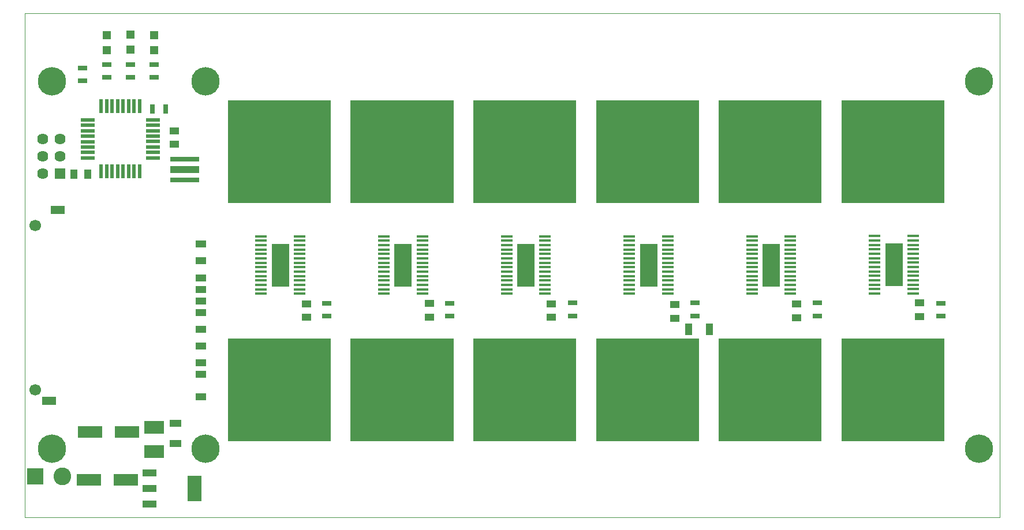
<source format=gbr>
G04 #@! TF.GenerationSoftware,KiCad,Pcbnew,(5.1.4)-1*
G04 #@! TF.CreationDate,2019-08-22T10:31:36+01:00*
G04 #@! TF.ProjectId,lpa96,6c706139-362e-46b6-9963-61645f706362,2.0*
G04 #@! TF.SameCoordinates,Original*
G04 #@! TF.FileFunction,Soldermask,Bot*
G04 #@! TF.FilePolarity,Negative*
%FSLAX46Y46*%
G04 Gerber Fmt 4.6, Leading zero omitted, Abs format (unit mm)*
G04 Created by KiCad (PCBNEW (5.1.4)-1) date 2019-08-22 10:31:36*
%MOMM*%
%LPD*%
G04 APERTURE LIST*
%ADD10C,0.100000*%
%ADD11R,2.894000X1.878000*%
%ADD12R,1.100000X1.700000*%
%ADD13C,4.164000*%
%ADD14R,1.350000X1.100000*%
%ADD15R,1.100000X1.350000*%
%ADD16R,1.700000X1.100000*%
%ADD17R,1.400000X0.800000*%
%ADD18R,0.800000X1.400000*%
%ADD19R,1.300000X1.300000*%
%ADD20R,2.500000X6.270001*%
%ADD21R,1.765199X0.464800*%
%ADD22R,2.098980X0.549580*%
%ADD23R,0.549580X2.098980*%
%ADD24R,2.400000X2.400000*%
%ADD25C,2.600000*%
%ADD26R,1.624000X1.624000*%
%ADD27C,1.624000*%
%ADD28R,1.600000X1.100000*%
%ADD29R,2.100000X1.300000*%
%ADD30C,1.700000*%
%ADD31R,2.132000X3.757600*%
%ADD32R,2.132000X1.116000*%
%ADD33R,4.200000X0.800000*%
%ADD34R,4.200000X1.100000*%
%ADD35R,3.600000X1.700000*%
G04 APERTURE END LIST*
D10*
G36*
X201800000Y-122300000D02*
G01*
X186800000Y-122300000D01*
X186800000Y-107300000D01*
X201800000Y-107300000D01*
X201800000Y-122300000D01*
G37*
X201800000Y-122300000D02*
X186800000Y-122300000D01*
X186800000Y-107300000D01*
X201800000Y-107300000D01*
X201800000Y-122300000D01*
G36*
X111800000Y-122300000D02*
G01*
X96800000Y-122300000D01*
X96800000Y-107300000D01*
X111800000Y-107300000D01*
X111800000Y-122300000D01*
G37*
X111800000Y-122300000D02*
X96800000Y-122300000D01*
X96800000Y-107300000D01*
X111800000Y-107300000D01*
X111800000Y-122300000D01*
G36*
X129800000Y-122300000D02*
G01*
X114800000Y-122300000D01*
X114800000Y-107300000D01*
X129800000Y-107300000D01*
X129800000Y-122300000D01*
G37*
X129800000Y-122300000D02*
X114800000Y-122300000D01*
X114800000Y-107300000D01*
X129800000Y-107300000D01*
X129800000Y-122300000D01*
G36*
X147800000Y-122300000D02*
G01*
X132800000Y-122300000D01*
X132800000Y-107300000D01*
X147800000Y-107300000D01*
X147800000Y-122300000D01*
G37*
X147800000Y-122300000D02*
X132800000Y-122300000D01*
X132800000Y-107300000D01*
X147800000Y-107300000D01*
X147800000Y-122300000D01*
G36*
X165800000Y-122300000D02*
G01*
X150800000Y-122300000D01*
X150800000Y-107300000D01*
X165800000Y-107300000D01*
X165800000Y-122300000D01*
G37*
X165800000Y-122300000D02*
X150800000Y-122300000D01*
X150800000Y-107300000D01*
X165800000Y-107300000D01*
X165800000Y-122300000D01*
G36*
X183800000Y-122300000D02*
G01*
X168800000Y-122300000D01*
X168800000Y-107300000D01*
X183800000Y-107300000D01*
X183800000Y-122300000D01*
G37*
X183800000Y-122300000D02*
X168800000Y-122300000D01*
X168800000Y-107300000D01*
X183800000Y-107300000D01*
X183800000Y-122300000D01*
G36*
X111800000Y-157300000D02*
G01*
X96800000Y-157300000D01*
X96800000Y-142300000D01*
X111800000Y-142300000D01*
X111800000Y-157300000D01*
G37*
X111800000Y-157300000D02*
X96800000Y-157300000D01*
X96800000Y-142300000D01*
X111800000Y-142300000D01*
X111800000Y-157300000D01*
G36*
X129800000Y-157300000D02*
G01*
X114800000Y-157300000D01*
X114800000Y-142300000D01*
X129800000Y-142300000D01*
X129800000Y-157300000D01*
G37*
X129800000Y-157300000D02*
X114800000Y-157300000D01*
X114800000Y-142300000D01*
X129800000Y-142300000D01*
X129800000Y-157300000D01*
G36*
X147800000Y-157300000D02*
G01*
X132800000Y-157300000D01*
X132800000Y-142300000D01*
X147800000Y-142300000D01*
X147800000Y-157300000D01*
G37*
X147800000Y-157300000D02*
X132800000Y-157300000D01*
X132800000Y-142300000D01*
X147800000Y-142300000D01*
X147800000Y-157300000D01*
G36*
X165800000Y-157300000D02*
G01*
X150800000Y-157300000D01*
X150800000Y-142300000D01*
X165800000Y-142300000D01*
X165800000Y-157300000D01*
G37*
X165800000Y-157300000D02*
X150800000Y-157300000D01*
X150800000Y-142300000D01*
X165800000Y-142300000D01*
X165800000Y-157300000D01*
G36*
X183800000Y-157300000D02*
G01*
X168800000Y-157300000D01*
X168800000Y-142300000D01*
X183800000Y-142300000D01*
X183800000Y-157300000D01*
G37*
X183800000Y-157300000D02*
X168800000Y-157300000D01*
X168800000Y-142300000D01*
X183800000Y-142300000D01*
X183800000Y-157300000D01*
G36*
X201800000Y-157300000D02*
G01*
X186800000Y-157300000D01*
X186800000Y-142300000D01*
X201800000Y-142300000D01*
X201800000Y-157300000D01*
G37*
X201800000Y-157300000D02*
X186800000Y-157300000D01*
X186800000Y-142300000D01*
X201800000Y-142300000D01*
X201800000Y-157300000D01*
X67000000Y-168500000D02*
X67000000Y-94500000D01*
X210000000Y-168500000D02*
X67000000Y-168500000D01*
X210000000Y-94500000D02*
X210000000Y-168500000D01*
X67000000Y-94500000D02*
X210000000Y-94500000D01*
D11*
X86000000Y-155300000D03*
X86000000Y-158856000D03*
D12*
X164400000Y-140900000D03*
X167400000Y-140900000D03*
D13*
X207000000Y-158500000D03*
X207000000Y-104500000D03*
X71000000Y-158500000D03*
X93500000Y-158500000D03*
X93500000Y-104500000D03*
X71000000Y-104500000D03*
D14*
X88900000Y-111800000D03*
X88900000Y-113800000D03*
D15*
X76200000Y-118200000D03*
X74200000Y-118200000D03*
D16*
X89100000Y-157700000D03*
X89100000Y-154700000D03*
D14*
X108300000Y-137200000D03*
X108300000Y-139200000D03*
X126350000Y-137150000D03*
X126350000Y-139150000D03*
X162350000Y-137300000D03*
X162350000Y-139300000D03*
X198250000Y-137050000D03*
X198250000Y-139050000D03*
D17*
X75500000Y-102550000D03*
X75500000Y-104450000D03*
D18*
X87650000Y-108600000D03*
X85750000Y-108600000D03*
D17*
X111300000Y-139000000D03*
X111300000Y-137100000D03*
X129350000Y-139000000D03*
X129350000Y-137100000D03*
X147350000Y-138950000D03*
X147350000Y-137050000D03*
X165350000Y-138950000D03*
X165350000Y-137050000D03*
X183250000Y-138950000D03*
X183250000Y-137050000D03*
X201350000Y-139000000D03*
X201350000Y-137100000D03*
X82500000Y-103950000D03*
X82500000Y-102050000D03*
X86000000Y-103950000D03*
X86000000Y-102050000D03*
X79000000Y-103950000D03*
X79000000Y-102050000D03*
D19*
X82500000Y-99900000D03*
X82500000Y-97700000D03*
X86000000Y-100000000D03*
X86000000Y-97800000D03*
X79000000Y-100000000D03*
X79000000Y-97800000D03*
D14*
X144250000Y-137200000D03*
X144250000Y-139200000D03*
X180200000Y-137250000D03*
X180200000Y-139250000D03*
D20*
X104500000Y-131500000D03*
D21*
X107319400Y-135725074D03*
X107319400Y-135075063D03*
X107319400Y-134425051D03*
X107319400Y-133775040D03*
X107319400Y-133125028D03*
X107319400Y-132475017D03*
X107319400Y-131825006D03*
X107319400Y-131174994D03*
X107319400Y-130524983D03*
X107319400Y-129874972D03*
X107319400Y-129224960D03*
X107319400Y-128574949D03*
X107319400Y-127924937D03*
X107319400Y-127274926D03*
X101680600Y-127274926D03*
X101680600Y-127924937D03*
X101680600Y-128574949D03*
X101680600Y-129224960D03*
X101680600Y-129874972D03*
X101680600Y-130524983D03*
X101680600Y-131174994D03*
X101680600Y-131825006D03*
X101680600Y-132475017D03*
X101680600Y-133125028D03*
X101680600Y-133775040D03*
X101680600Y-134425051D03*
X101680600Y-135075063D03*
X101680600Y-135725074D03*
D20*
X122500000Y-131500000D03*
D21*
X125319400Y-135725074D03*
X125319400Y-135075063D03*
X125319400Y-134425051D03*
X125319400Y-133775040D03*
X125319400Y-133125028D03*
X125319400Y-132475017D03*
X125319400Y-131825006D03*
X125319400Y-131174994D03*
X125319400Y-130524983D03*
X125319400Y-129874972D03*
X125319400Y-129224960D03*
X125319400Y-128574949D03*
X125319400Y-127924937D03*
X125319400Y-127274926D03*
X119680600Y-127274926D03*
X119680600Y-127924937D03*
X119680600Y-128574949D03*
X119680600Y-129224960D03*
X119680600Y-129874972D03*
X119680600Y-130524983D03*
X119680600Y-131174994D03*
X119680600Y-131825006D03*
X119680600Y-132475017D03*
X119680600Y-133125028D03*
X119680600Y-133775040D03*
X119680600Y-134425051D03*
X119680600Y-135075063D03*
X119680600Y-135725074D03*
D20*
X140500000Y-131500000D03*
D21*
X143319400Y-135725074D03*
X143319400Y-135075063D03*
X143319400Y-134425051D03*
X143319400Y-133775040D03*
X143319400Y-133125028D03*
X143319400Y-132475017D03*
X143319400Y-131825006D03*
X143319400Y-131174994D03*
X143319400Y-130524983D03*
X143319400Y-129874972D03*
X143319400Y-129224960D03*
X143319400Y-128574949D03*
X143319400Y-127924937D03*
X143319400Y-127274926D03*
X137680600Y-127274926D03*
X137680600Y-127924937D03*
X137680600Y-128574949D03*
X137680600Y-129224960D03*
X137680600Y-129874972D03*
X137680600Y-130524983D03*
X137680600Y-131174994D03*
X137680600Y-131825006D03*
X137680600Y-132475017D03*
X137680600Y-133125028D03*
X137680600Y-133775040D03*
X137680600Y-134425051D03*
X137680600Y-135075063D03*
X137680600Y-135725074D03*
D20*
X158500000Y-131500000D03*
D21*
X161319400Y-135725074D03*
X161319400Y-135075063D03*
X161319400Y-134425051D03*
X161319400Y-133775040D03*
X161319400Y-133125028D03*
X161319400Y-132475017D03*
X161319400Y-131825006D03*
X161319400Y-131174994D03*
X161319400Y-130524983D03*
X161319400Y-129874972D03*
X161319400Y-129224960D03*
X161319400Y-128574949D03*
X161319400Y-127924937D03*
X161319400Y-127274926D03*
X155680600Y-127274926D03*
X155680600Y-127924937D03*
X155680600Y-128574949D03*
X155680600Y-129224960D03*
X155680600Y-129874972D03*
X155680600Y-130524983D03*
X155680600Y-131174994D03*
X155680600Y-131825006D03*
X155680600Y-132475017D03*
X155680600Y-133125028D03*
X155680600Y-133775040D03*
X155680600Y-134425051D03*
X155680600Y-135075063D03*
X155680600Y-135725074D03*
D20*
X176500000Y-131500000D03*
D21*
X179319400Y-135725074D03*
X179319400Y-135075063D03*
X179319400Y-134425051D03*
X179319400Y-133775040D03*
X179319400Y-133125028D03*
X179319400Y-132475017D03*
X179319400Y-131825006D03*
X179319400Y-131174994D03*
X179319400Y-130524983D03*
X179319400Y-129874972D03*
X179319400Y-129224960D03*
X179319400Y-128574949D03*
X179319400Y-127924937D03*
X179319400Y-127274926D03*
X173680600Y-127274926D03*
X173680600Y-127924937D03*
X173680600Y-128574949D03*
X173680600Y-129224960D03*
X173680600Y-129874972D03*
X173680600Y-130524983D03*
X173680600Y-131174994D03*
X173680600Y-131825006D03*
X173680600Y-132475017D03*
X173680600Y-133125028D03*
X173680600Y-133775040D03*
X173680600Y-134425051D03*
X173680600Y-135075063D03*
X173680600Y-135725074D03*
D20*
X194480600Y-131474994D03*
D21*
X197300000Y-135700068D03*
X197300000Y-135050057D03*
X197300000Y-134400045D03*
X197300000Y-133750034D03*
X197300000Y-133100022D03*
X197300000Y-132450011D03*
X197300000Y-131800000D03*
X197300000Y-131149988D03*
X197300000Y-130499977D03*
X197300000Y-129849966D03*
X197300000Y-129199954D03*
X197300000Y-128549943D03*
X197300000Y-127899931D03*
X197300000Y-127249920D03*
X191661200Y-127249920D03*
X191661200Y-127899931D03*
X191661200Y-128549943D03*
X191661200Y-129199954D03*
X191661200Y-129849966D03*
X191661200Y-130499977D03*
X191661200Y-131149988D03*
X191661200Y-131800000D03*
X191661200Y-132450011D03*
X191661200Y-133100022D03*
X191661200Y-133750034D03*
X191661200Y-134400045D03*
X191661200Y-135050057D03*
X191661200Y-135700068D03*
D22*
X85815840Y-115776220D03*
X85815840Y-114976120D03*
X85815840Y-114176020D03*
X85815840Y-113375920D03*
X85815840Y-112575820D03*
X85815840Y-111775720D03*
X85815840Y-110975620D03*
X85815840Y-110175520D03*
X76250200Y-110180600D03*
X76250200Y-115794000D03*
X76250200Y-114981200D03*
X76250200Y-114168400D03*
X76250200Y-113381000D03*
X76250200Y-112568200D03*
X76250200Y-111780800D03*
X76250200Y-110968000D03*
D23*
X83824480Y-108174000D03*
X83026920Y-108174000D03*
X82224280Y-108174000D03*
X81426720Y-108174000D03*
X80624080Y-108174000D03*
X79826520Y-108174000D03*
X79023880Y-108174000D03*
X78226320Y-108174000D03*
X83819400Y-117775200D03*
X83032000Y-117775200D03*
X82219200Y-117775200D03*
X81431800Y-117775200D03*
X80644400Y-117775200D03*
X79831600Y-117775200D03*
X79018800Y-117775200D03*
X78206000Y-117775200D03*
D24*
X68520000Y-162500000D03*
D25*
X72480000Y-162500000D03*
D26*
X72140000Y-118040000D03*
D27*
X69600000Y-118040000D03*
X72140000Y-115500000D03*
X69600000Y-115500000D03*
X72140000Y-112960000D03*
X69600000Y-112960000D03*
D28*
X92810000Y-130900000D03*
X92810000Y-133400000D03*
X92810000Y-136800000D03*
X92810000Y-138450000D03*
X92810000Y-140900000D03*
X92810000Y-143400000D03*
X92810000Y-145830000D03*
X92810000Y-147530000D03*
X92810000Y-128400000D03*
X92810000Y-150880000D03*
D29*
X70600000Y-151400000D03*
X71800000Y-123400000D03*
D28*
X92810000Y-135100000D03*
D30*
X68500000Y-125700000D03*
X68500000Y-149850000D03*
D31*
X91900000Y-164300000D03*
D32*
X85296000Y-164300000D03*
X85296000Y-162014000D03*
X85296000Y-166586000D03*
D33*
X90500000Y-119000000D03*
D34*
X90500000Y-117500000D03*
D33*
X90500000Y-116000000D03*
D35*
X82000000Y-156000000D03*
X76600000Y-156000000D03*
X81800000Y-163000000D03*
X76400000Y-163000000D03*
M02*

</source>
